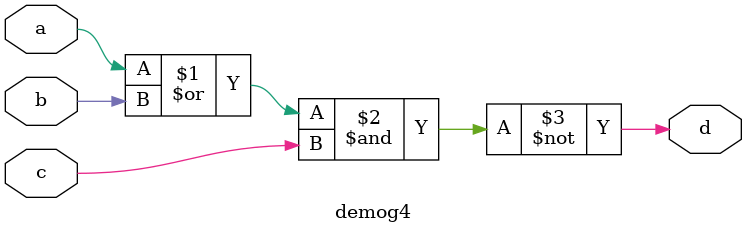
<source format=v>
`timescale 1ns / 1ps


module demog4(
    input a,b,c,
    output d
    );
    assign d = ~((a|b)&c); 
endmodule

</source>
